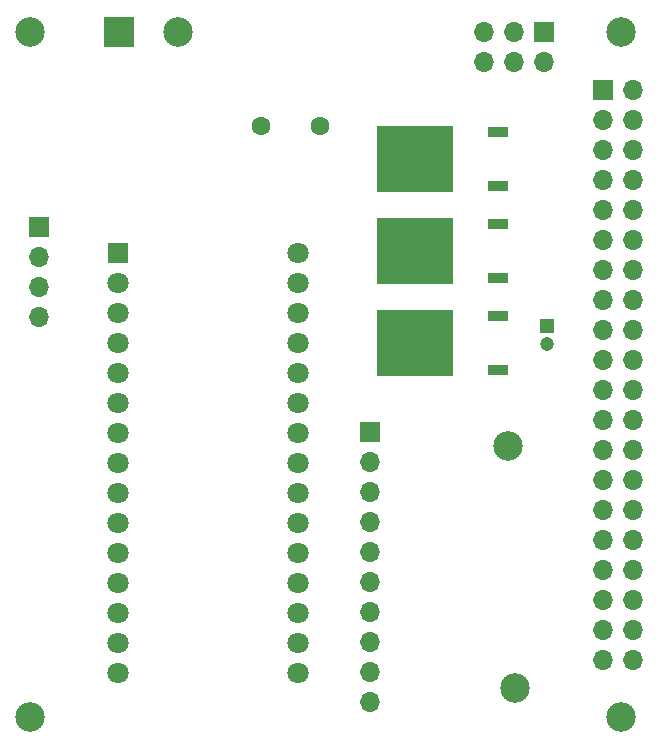
<source format=gbr>
%TF.GenerationSoftware,KiCad,Pcbnew,(5.1.10)-1*%
%TF.CreationDate,2022-04-09T21:30:43-04:00*%
%TF.ProjectId,Pi_HAT,50695f48-4154-42e6-9b69-6361645f7063,rev?*%
%TF.SameCoordinates,Original*%
%TF.FileFunction,Soldermask,Top*%
%TF.FilePolarity,Negative*%
%FSLAX46Y46*%
G04 Gerber Fmt 4.6, Leading zero omitted, Abs format (unit mm)*
G04 Created by KiCad (PCBNEW (5.1.10)-1) date 2022-04-09 21:30:43*
%MOMM*%
%LPD*%
G01*
G04 APERTURE LIST*
%ADD10C,2.500000*%
%ADD11R,6.490000X5.630000*%
%ADD12R,1.730000X0.960000*%
%ADD13R,2.500000X2.500000*%
%ADD14O,1.700000X1.700000*%
%ADD15R,1.700000X1.700000*%
%ADD16C,1.200000*%
%ADD17R,1.200000X1.200000*%
%ADD18C,1.600000*%
%ADD19C,1.800000*%
%ADD20R,1.800000X1.800000*%
G04 APERTURE END LIST*
D10*
%TO.C,H6*%
X143500000Y-130000000D03*
%TD*%
%TO.C,H5*%
X142900000Y-109500000D03*
%TD*%
D11*
%TO.C,VR3*%
X135080000Y-100800000D03*
D12*
X142100000Y-98515000D03*
X142100000Y-103085000D03*
%TD*%
D11*
%TO.C,VR2*%
X135080000Y-93000000D03*
D12*
X142100000Y-90715000D03*
X142100000Y-95285000D03*
%TD*%
D11*
%TO.C,VR1*%
X135080000Y-85200000D03*
D12*
X142100000Y-82915000D03*
X142100000Y-87485000D03*
%TD*%
D10*
%TO.C,J5*%
X115000000Y-74500000D03*
D13*
X110000000Y-74500000D03*
%TD*%
D14*
%TO.C,J4*%
X103200000Y-98620000D03*
X103200000Y-96080000D03*
X103200000Y-93540000D03*
D15*
X103200000Y-91000000D03*
%TD*%
D16*
%TO.C,C2*%
X146200000Y-100900000D03*
D17*
X146200000Y-99400000D03*
%TD*%
D18*
%TO.C,C1*%
X127000000Y-82400000D03*
X122000000Y-82400000D03*
%TD*%
D10*
%TO.C,H4*%
X152500000Y-132500000D03*
%TD*%
%TO.C,H3*%
X102500000Y-132500000D03*
%TD*%
%TO.C,H2*%
X102500000Y-74500000D03*
%TD*%
%TO.C,H1*%
X152500000Y-74500000D03*
%TD*%
D19*
%TO.C,TB1*%
X125120000Y-93220000D03*
X125120000Y-95760000D03*
X125120000Y-98300000D03*
X125120000Y-100840000D03*
X125120000Y-103380000D03*
X125120000Y-105920000D03*
X125120000Y-108460000D03*
X125120000Y-111000000D03*
X125120000Y-113540000D03*
X125120000Y-116080000D03*
X125120000Y-118620000D03*
X125120000Y-121160000D03*
X125120000Y-123700000D03*
X125120000Y-126240000D03*
X125120000Y-128780000D03*
X109880000Y-128780000D03*
X109880000Y-126240000D03*
X109880000Y-123700000D03*
X109880000Y-121160000D03*
X109880000Y-118620000D03*
X109880000Y-116080000D03*
X109880000Y-113540000D03*
X109880000Y-111000000D03*
X109880000Y-108460000D03*
X109880000Y-105920000D03*
X109880000Y-103380000D03*
X109880000Y-100840000D03*
X109880000Y-98300000D03*
X109880000Y-95760000D03*
D20*
X109880000Y-93220000D03*
%TD*%
D14*
%TO.C,J3*%
X140920000Y-77040000D03*
X140920000Y-74500000D03*
X143460000Y-77040000D03*
X143460000Y-74500000D03*
X146000000Y-77040000D03*
D15*
X146000000Y-74500000D03*
%TD*%
D14*
%TO.C,J2*%
X153540000Y-127660000D03*
X151000000Y-127660000D03*
X153540000Y-125120000D03*
X151000000Y-125120000D03*
X153540000Y-122580000D03*
X151000000Y-122580000D03*
X153540000Y-120040000D03*
X151000000Y-120040000D03*
X153540000Y-117500000D03*
X151000000Y-117500000D03*
X153540000Y-114960000D03*
X151000000Y-114960000D03*
X153540000Y-112420000D03*
X151000000Y-112420000D03*
X153540000Y-109880000D03*
X151000000Y-109880000D03*
X153540000Y-107340000D03*
X151000000Y-107340000D03*
X153540000Y-104800000D03*
X151000000Y-104800000D03*
X153540000Y-102260000D03*
X151000000Y-102260000D03*
X153540000Y-99720000D03*
X151000000Y-99720000D03*
X153540000Y-97180000D03*
X151000000Y-97180000D03*
X153540000Y-94640000D03*
X151000000Y-94640000D03*
X153540000Y-92100000D03*
X151000000Y-92100000D03*
X153540000Y-89560000D03*
X151000000Y-89560000D03*
X153540000Y-87020000D03*
X151000000Y-87020000D03*
X153540000Y-84480000D03*
X151000000Y-84480000D03*
X153540000Y-81940000D03*
X151000000Y-81940000D03*
X153540000Y-79400000D03*
D15*
X151000000Y-79400000D03*
%TD*%
D14*
%TO.C,J1*%
X131250000Y-131160000D03*
X131250000Y-128620000D03*
X131250000Y-126080000D03*
X131250000Y-123540000D03*
X131250000Y-121000000D03*
X131250000Y-118460000D03*
X131250000Y-115920000D03*
X131250000Y-113380000D03*
X131250000Y-110840000D03*
D15*
X131250000Y-108300000D03*
%TD*%
M02*

</source>
